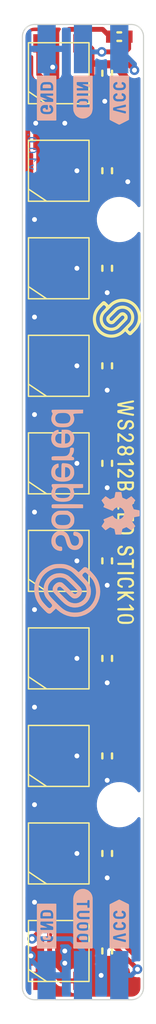
<source format=kicad_pcb>
(kicad_pcb (version 20211014) (generator pcbnew)
  (title_block (title "Smart LED WS2812B Stick10") (date "2021-07-26") (rev "V1.0.0.") (company "SOLDERED") (comment 1 "333056"))
  (layers (0 "F.Cu" signal) (31 "B.Cu" signal) (34 "B.Paste" user) (35 "F.Paste" user) (36 "B.SilkS" user "B.Silkscreen") (37 "F.SilkS" user "F.Silkscreen") (38 "B.Mask" user) (39 "F.Mask" user) (44 "Edge.Cuts" user))
  (net 0 "")
  (net 1 "VCC")
  (net 2 "GND")
  (net 3 "Net-(LED1-Pad2)")
  (net 4 "Net-(LED2-Pad2)")
  (net 5 "Net-(LED3-Pad2)")
  (net 6 "Net-(LED4-Pad2)")
  (net 7 "Net-(LED5-Pad2)")
  (net 8 "Net-(LED6-Pad2)")
  (net 9 "Net-(LED7-Pad2)")
  (net 10 "Net-(LED8-Pad2)")
  (net 11 "Net-(LED10-Pad4)")
  (net 12 "Net-(LED1-Pad4)")
  (net 13 "Net-(LED10-Pad2)")
  (net 14 "Net-(PAD2-Pad1)")
  (footprint "e-radionica.com footprinti:0603C" (layer "F.Cu") (at 142.4 151.4 -90)
    (fp_text reference "C10")
    (fp_text value "100n")
    (pad "1" smd rect locked (at -0.73 0 270) (size 0.66 1) (layers "F.Cu" "F.Paste" "F.Mask") (net 1 "VCC"))
    (pad "2" smd rect locked (at 0.73 0 270) (size 0.66 1) (layers "F.Cu" "F.Paste" "F.Mask") (net 2 "GND"))
  )
  (footprint "e-radionica.com footprinti:WS2812B LED" (layer "F.Cu") (at 138.4 87.4 -90)
    (fp_text reference "LED2")
    (fp_text value "WS2812B")
    (pad "1" smd rect (at -2.45 -1.65 270) (size 1.5 0.9) (layers "F.Cu" "F.Paste" "F.Mask") (net 1 "VCC"))
    (pad "2" smd rect (at -2.45 1.65 270) (size 1.5 0.9) (layers "F.Cu" "F.Paste" "F.Mask") (net 4 "Net-(LED2-Pad2)"))
    (pad "3" smd rect (at 2.45 1.65 270) (size 1.5 0.9) (layers "F.Cu" "F.Paste" "F.Mask") (net 2 "GND"))
    (pad "4" smd rect (at 2.45 -1.65 270) (size 1.5 0.9) (layers "F.Cu" "F.Paste" "F.Mask") (net 3 "Net-(LED1-Pad2)"))
  )
  (footprint "e-radionica.com footprinti:FIDUCIAL_23" (layer "F.Cu") (at 143.4 83.7 -90)
    (fp_text reference "FD1")
    (fp_text value "FIDUCIAL")
    (fp_circle (center 0 0) (end 1 0) (layer "F.Cu") (width 0.2) (fill none))
    (pad "1" smd circle (at 0 0 270) (size 1 1) (layers "F.Cu" "F.Paste" "F.Mask") (clearance 1.1))
  )
  (footprint "Soldered Graphics:Logo-Back-OSH-3.5mm" (layer "F.Cu") (at 143.5 115.5 -90)
    (fp_text reference "G***" hide)
    (fp_text value "LOGO" hide)
  )
  (footprint "e-radionica.com footprinti:WS2812B LED" (layer "F.Cu") (at 138.4 79.4 -90)
    (fp_text reference "LED1")
    (fp_text value "WS2812B")
    (pad "1" smd rect (at -2.45 -1.65 270) (size 1.5 0.9) (layers "F.Cu" "F.Paste" "F.Mask") (net 1 "VCC"))
    (pad "2" smd rect (at -2.45 1.65 270) (size 1.5 0.9) (layers "F.Cu" "F.Paste" "F.Mask") (net 3 "Net-(LED1-Pad2)"))
    (pad "3" smd rect (at 2.45 1.65 270) (size 1.5 0.9) (layers "F.Cu" "F.Paste" "F.Mask") (net 2 "GND"))
    (pad "4" smd rect (at 2.45 -1.65 270) (size 1.5 0.9) (layers "F.Cu" "F.Paste" "F.Mask") (net 12 "Net-(LED1-Pad4)"))
  )
  (footprint "e-radionica.com footprinti:WS2812B LED" (layer "F.Cu") (at 138.4 111.4 -90)
    (fp_text reference "LED5")
    (fp_text value "WS2812B")
    (pad "1" smd rect (at -2.45 -1.65 270) (size 1.5 0.9) (layers "F.Cu" "F.Paste" "F.Mask") (net 1 "VCC"))
    (pad "2" smd rect (at -2.45 1.65 270) (size 1.5 0.9) (layers "F.Cu" "F.Paste" "F.Mask") (net 7 "Net-(LED5-Pad2)"))
    (pad "3" smd rect (at 2.45 1.65 270) (size 1.5 0.9) (layers "F.Cu" "F.Paste" "F.Mask") (net 2 "GND"))
    (pad "4" smd rect (at 2.45 -1.65 270) (size 1.5 0.9) (layers "F.Cu" "F.Paste" "F.Mask") (net 6 "Net-(LED4-Pad2)"))
  )
  (footprint "Soldered Graphics:Logo-Back-SolderedFULL-17mm" (layer "F.Cu") (at 139.1 115.5 -90)
    (fp_text reference "REF**" hide)
    (fp_text value "Logo-Front-SolderedFULL-17mm" hide)
  )
  (footprint "e-radionica.com footprinti:PAD_2x1.5" (layer "F.Cu") (at 137.4 77.4 -90)
    (fp_text reference "PAD1")
    (fp_text value "PAD_2x1.5")
    (pad "1" smd rect (at 0 0 270) (size 4 1.5) (layers "B.Cu" "B.Paste" "B.Mask") (net 2 "GND"))
  )
  (footprint "e-radionica.com footprinti:0603R" (layer "F.Cu") (at 143.4 76.4)
    (fp_text reference "R1")
    (fp_text value "100")
    (pad "1" smd rect locked (at -0.775 0 90) (size 1 0.64) (layers "F.Cu" "F.Paste" "F.Mask") (net 12 "Net-(LED1-Pad4)"))
    (pad "2" smd rect locked (at 0.775 0 90) (size 1 0.64) (layers "F.Cu" "F.Paste" "F.Mask") (net 14 "Net-(PAD2-Pad1)"))
  )
  (footprint "e-radionica.com footprinti:WS2812B LED" (layer "F.Cu") (at 138.4 135.4 -90)
    (fp_text reference "LED8")
    (fp_text value "WS2812B")
    (pad "1" smd rect (at -2.45 -1.65 270) (size 1.5 0.9) (layers "F.Cu" "F.Paste" "F.Mask") (net 1 "VCC"))
    (pad "2" smd rect (at -2.45 1.65 270) (size 1.5 0.9) (layers "F.Cu" "F.Paste" "F.Mask") (net 10 "Net-(LED8-Pad2)"))
    (pad "3" smd rect (at 2.45 1.65 270) (size 1.5 0.9) (layers "F.Cu" "F.Paste" "F.Mask") (net 2 "GND"))
    (pad "4" smd rect (at 2.45 -1.65 270) (size 1.5 0.9) (layers "F.Cu" "F.Paste" "F.Mask") (net 9 "Net-(LED7-Pad2)"))
  )
  (footprint "e-radionica.com footprinti:0603C" (layer "F.Cu") (at 142.4 127.4 -90)
    (fp_text reference "C7")
    (fp_text value "100n")
    (pad "1" smd rect locked (at -0.73 0 270) (size 0.66 1) (layers "F.Cu" "F.Paste" "F.Mask") (net 1 "VCC"))
    (pad "2" smd rect locked (at 0.73 0 270) (size 0.66 1) (layers "F.Cu" "F.Paste" "F.Mask") (net 2 "GND"))
  )
  (footprint "e-radionica.com footprinti:WS2812B LED" (layer "F.Cu") (at 138.4 151.4 -90)
    (fp_text reference "LED10")
    (fp_text value "WS2812B")
    (pad "1" smd rect (at -2.45 -1.65 270) (size 1.5 0.9) (layers "F.Cu" "F.Paste" "F.Mask") (net 1 "VCC"))
    (pad "2" smd rect (at -2.45 1.65 270) (size 1.5 0.9) (layers "F.Cu" "F.Paste" "F.Mask") (net 13 "Net-(LED10-Pad2)"))
    (pad "3" smd rect (at 2.45 1.65 270) (size 1.5 0.9) (layers "F.Cu" "F.Paste" "F.Mask") (net 2 "GND"))
    (pad "4" smd rect (at 2.45 -1.65 270) (size 1.5 0.9) (layers "F.Cu" "F.Paste" "F.Mask") (net 11 "Net-(LED10-Pad4)"))
  )
  (footprint "e-radionica.com footprinti:0603C" (layer "F.Cu") (at 142.4 119.4 -90)
    (fp_text reference "C6")
    (fp_text value "100n")
    (pad "1" smd rect locked (at -0.73 0 270) (size 0.66 1) (layers "F.Cu" "F.Paste" "F.Mask") (net 1 "VCC"))
    (pad "2" smd rect locked (at 0.73 0 270) (size 0.66 1) (layers "F.Cu" "F.Paste" "F.Mask") (net 2 "GND"))
  )
  (footprint "e-radionica.com footprinti:0603C" (layer "F.Cu") (at 142.4 103.4 -90)
    (fp_text reference "C4")
    (fp_text value "100n")
    (pad "1" smd rect locked (at -0.73 0 270) (size 0.66 1) (layers "F.Cu" "F.Paste" "F.Mask") (net 1 "VCC"))
    (pad "2" smd rect locked (at 0.73 0 270) (size 0.66 1) (layers "F.Cu" "F.Paste" "F.Mask") (net 2 "GND"))
  )
  (footprint "e-radionica.com footprinti:0603C" (layer "F.Cu") (at 142.4 143.4 -90)
    (fp_text reference "C9")
    (fp_text value "100n")
    (pad "1" smd rect locked (at -0.73 0 270) (size 0.66 1) (layers "F.Cu" "F.Paste" "F.Mask") (net 1 "VCC"))
    (pad "2" smd rect locked (at 0.73 0 270) (size 0.66 1) (layers "F.Cu" "F.Paste" "F.Mask") (net 2 "GND"))
  )
  (footprint "e-radionica.com footprinti:PAD_2x1.5" (layer "F.Cu") (at 143.4 153.4 -90)
    (fp_text reference "PAD6")
    (fp_text value "PAD_2x1.5")
    (pad "1" smd rect (at 0 0 270) (size 4 1.5) (layers "B.Cu" "B.Paste" "B.Mask") (net 1 "VCC"))
  )
  (footprint "e-radionica.com footprinti:0603C" (layer "F.Cu") (at 142.4 111.4 -90)
    (fp_text reference "C5")
    (fp_text value "100n")
    (pad "1" smd rect locked (at -0.73 0 270) (size 0.66 1) (layers "F.Cu" "F.Paste" "F.Mask") (net 1 "VCC"))
    (pad "2" smd rect locked (at 0.73 0 270) (size 0.66 1) (layers "F.Cu" "F.Paste" "F.Mask") (net 2 "GND"))
  )
  (footprint "e-radionica.com footprinti:PAD_2x1.5" (layer "F.Cu") (at 143.4 77.4 -90)
    (fp_text reference "PAD3")
    (fp_text value "PAD_2x1.5")
    (pad "1" smd rect (at 0 0 270) (size 4 1.5) (layers "B.Cu" "B.Paste" "B.Mask") (net 1 "VCC"))
  )
  (footprint "e-radionica.com footprinti:WS2812B LED" (layer "F.Cu") (at 138.4 127.4 -90)
    (fp_text reference "LED7")
    (fp_text value "WS2812B")
    (pad "1" smd rect (at -2.45 -1.65 270) (size 1.5 0.9) (layers "F.Cu" "F.Paste" "F.Mask") (net 1 "VCC"))
    (pad "2" smd rect (at -2.45 1.65 270) (size 1.5 0.9) (layers "F.Cu" "F.Paste" "F.Mask") (net 9 "Net-(LED7-Pad2)"))
    (pad "3" smd rect (at 2.45 1.65 270) (size 1.5 0.9) (layers "F.Cu" "F.Paste" "F.Mask") (net 2 "GND"))
    (pad "4" smd rect (at 2.45 -1.65 270) (size 1.5 0.9) (layers "F.Cu" "F.Paste" "F.Mask") (net 8 "Net-(LED6-Pad2)"))
  )
  (footprint "e-radionica.com footprinti:0603C" (layer "F.Cu") (at 142.4 79.4 -90)
    (fp_text reference "C1")
    (fp_text value "100n")
    (pad "1" smd rect locked (at -0.73 0 270) (size 0.66 1) (layers "F.Cu" "F.Paste" "F.Mask") (net 1 "VCC"))
    (pad "2" smd rect locked (at 0.73 0 270) (size 0.66 1) (layers "F.Cu" "F.Paste" "F.Mask") (net 2 "GND"))
  )
  (footprint "e-radionica.com footprinti:0603C" (layer "F.Cu") (at 142.4 135.4 -90)
    (fp_text reference "C8")
    (fp_text value "100n")
    (pad "1" smd rect locked (at -0.73 0 270) (size 0.66 1) (layers "F.Cu" "F.Paste" "F.Mask") (net 1 "VCC"))
    (pad "2" smd rect locked (at 0.73 0 270) (size 0.66 1) (layers "F.Cu" "F.Paste" "F.Mask") (net 2 "GND"))
  )
  (footprint "e-radionica.com footprinti:WS2812B LED" (layer "F.Cu") (at 138.4 103.4 -90)
    (fp_text reference "LED4")
    (fp_text value "WS2812B")
    (pad "1" smd rect (at -2.45 -1.65 270) (size 1.5 0.9) (layers "F.Cu" "F.Paste" "F.Mask") (net 1 "VCC"))
    (pad "2" smd rect (at -2.45 1.65 270) (size 1.5 0.9) (layers "F.Cu" "F.Paste" "F.Mask") (net 6 "Net-(LED4-Pad2)"))
    (pad "3" smd rect (at 2.45 1.65 270) (size 1.5 0.9) (layers "F.Cu" "F.Paste" "F.Mask") (net 2 "GND"))
    (pad "4" smd rect (at 2.45 -1.65 270) (size 1.5 0.9) (layers "F.Cu" "F.Paste" "F.Mask") (net 5 "Net-(LED3-Pad2)"))
  )
  (footprint "Soldered Graphics:Logo-Front-Soldered-4mm" (layer "F.Cu") (at 143.2 99.5 -90)
    (fp_text reference "G***" hide)
    (fp_text value "LOGO" hide)
  )
  (footprint "e-radionica.com footprinti:WS2812B LED" (layer "F.Cu") (at 138.4 143.4 -90)
    (fp_text reference "LED9")
    (fp_text value "WS2812B")
    (pad "1" smd rect (at -2.45 -1.65 270) (size 1.5 0.9) (layers "F.Cu" "F.Paste" "F.Mask") (net 1 "VCC"))
    (pad "2" smd rect (at -2.45 1.65 270) (size 1.5 0.9) (layers "F.Cu" "F.Paste" "F.Mask") (net 11 "Net-(LED10-Pad4)"))
    (pad "3" smd rect (at 2.45 1.65 270) (size 1.5 0.9) (layers "F.Cu" "F.Paste" "F.Mask") (net 2 "GND"))
    (pad "4" smd rect (at 2.45 -1.65 270) (size 1.5 0.9) (layers "F.Cu" "F.Paste" "F.Mask") (net 10 "Net-(LED8-Pad2)"))
  )
  (footprint "buzzardLabel" (layer "F.Cu") (at 143.9 115.4 -90)
    (fp_text reference "" (at 0 0 90) (layer "F.SilkS") (effects (font (size 1.27 1.27))))
    (fp_text value "" (at 0 0 90) (layer "F.SilkS") (effects (font (size 1.27 1.27))))
  )
  (footprint "e-radionica.com footprinti:PAD_2x1.5" (layer "F.Cu") (at 140.4 153.4 -90)
    (fp_text reference "PAD5")
    (fp_text value "PAD_2x1.5")
    (pad "1" smd rect (at 0 0 270) (size 4 1.5) (layers "B.Cu" "B.Paste" "B.Mask") (net 13 "Net-(LED10-Pad2)"))
  )
  (footprint "e-radionica.com footprinti:WS2812B LED" (layer "F.Cu") (at 138.4 95.4 -90)
    (fp_text reference "LED3")
    (fp_text value "WS2812B")
    (pad "1" smd rect (at -2.45 -1.65 270) (size 1.5 0.9) (layers "F.Cu" "F.Paste" "F.Mask") (net 1 "VCC"))
    (pad "2" smd rect (at -2.45 1.65 270) (size 1.5 0.9) (layers "F.Cu" "F.Paste" "F.Mask") (net 5 "Net-(LED3-Pad2)"))
    (pad "3" smd rect (at 2.45 1.65 270) (size 1.5 0.9) (layers "F.Cu" "F.Paste" "F.Mask") (net 2 "GND"))
    (pad "4" smd rect (at 2.45 -1.65 270) (size 1.5 0.9) (layers "F.Cu" "F.Paste" "F.Mask") (net 4 "Net-(LED2-Pad2)"))
  )
  (footprint "e-radionica.com footprinti:0603C" (layer "F.Cu") (at 142.4 95.4 -90)
    (fp_text reference "C3")
    (fp_text value "100n")
    (pad "1" smd rect locked (at -0.73 0 270) (size 0.66 1) (layers "F.Cu" "F.Paste" "F.Mask") (net 1 "VCC"))
    (pad "2" smd rect locked (at 0.73 0 270) (size 0.66 1) (layers "F.Cu" "F.Paste" "F.Mask") (net 2 "GND"))
  )
  (footprint "e-radionica.com footprinti:HOLE_3.2mm" (layer "F.Cu") (at 143.4 91.4 -90)
    (fp_text reference "H1" hide)
    (fp_text value "HOLE_3.2mm" hide)
    (pad "" np_thru_hole circle locked (at 0 0 270) (size 3.2 3.2) (drill 3.2) (layers F&B.Cu *.Mask))
  )
  (footprint "e-radionica.com footprinti:WS2812B LED" (layer "F.Cu") (at 138.4 119.4 -90)
    (fp_text reference "LED6")
    (fp_text value "WS2812B")
    (pad "1" smd rect (at -2.45 -1.65 270) (size 1.5 0.9) (layers "F.Cu" "F.Paste" "F.Mask") (net 1 "VCC"))
    (pad "2" smd rect (at -2.45 1.65 270) (size 1.5 0.9) (layers "F.Cu" "F.Paste" "F.Mask") (net 8 "Net-(LED6-Pad2)"))
    (pad "3" smd rect (at 2.45 1.65 270) (size 1.5 0.9) (layers "F.Cu" "F.Paste" "F.Mask") (net 2 "GND"))
    (pad "4" smd rect (at 2.45 -1.65 270) (size 1.5 0.9) (layers "F.Cu" "F.Paste" "F.Mask") (net 7 "Net-(LED5-Pad2)"))
  )
  (footprint "e-radionica.com footprinti:0603C" (layer "F.Cu") (at 142.4 87.4 -90)
    (fp_text reference "C2")
    (fp_text value "100n")
    (pad "1" smd rect locked (at -0.73 0 270) (size 0.66 1) (layers "F.Cu" "F.Paste" "F.Mask") (net 1 "VCC"))
    (pad "2" smd rect locked (at 0.73 0 270) (size 0.66 1) (layers "F.Cu" "F.Paste" "F.Mask") (net 2 "GND"))
  )
  (footprint "e-radionica.com footprinti:PAD_2x1.5" (layer "F.Cu") (at 137.4 153.4 -90)
    (fp_text reference "PAD4")
    (fp_text value "PAD_2x1.5")
    (pad "1" smd rect (at 0 0 270) (size 4 1.5) (layers "B.Cu" "B.Paste" "B.Mask") (net 2 "GND"))
  )
  (footprint "e-radionica.com footprinti:HOLE_3.2mm" (layer "F.Cu") (at 143.4 139.4 -90)
    (fp_text reference "H2" hide)
    (fp_text value "HOLE_3.2mm" hide)
    (pad "" np_thru_hole circle locked (at 0 0 270) (size 3.2 3.2) (drill 3.2) (layers F&B.Cu *.Mask))
  )
  (footprint "buzzardLabel" (layer "B.Cu") (at 140.4 79.2 90)
    (fp_text reference "" (at 0 0 90) (layer "B.SilkS") (effects (font (size 1.27 1.27)) (justify mirror)))
    (fp_text value "" (at 0 0 90) (layer "B.SilkS") (effects (font (size 1.27 1.27)) (justify mirror)))
  )
  (footprint "Soldered Graphics:Version1.0.0." (layer "B.Cu") (at 136.2 85.8 90)
    (fp_text reference "Ref**" hide)
    (fp_text value "Val**" hide)
    (fp_poly (pts (xy 0.43 -0.38) (xy 0.48 -0.38) (xy 0.54 -0.37) (xy 0.54 -0.33) (xy 0.54 -0.27) (xy 0.5 -0.26) (xy 0.45 -0.26) (xy 0.42 -0.29) (xy 0.42 -0.34) (xy 0.43 -0.38)) (layer "B.Cu") (width 0.01) (fill solid))
    (fp_poly (pts (xy -0.67 -0.35) (xy -0.62 -0.35) (xy -0.6 -0.31) (xy -0.6 0.35) (xy -0.64 0.38) (xy -0.69 0.38) (xy -0.73 0.34) (xy -0.84 0.22) (xy -0.86 0.17) (xy -0.83 0.16) (xy -0.73 0.22) (xy -0.69 0.23) (xy -0.69 -0.31) (xy -0.67 -0.35)) (layer "B.Cu") (width 0.01) (fill solid))
    (fp_poly (pts (xy 1.31 -0.38) (xy 1.36 -0.38) (xy 1.41 -0.37) (xy 1.42 -0.33) (xy 1.42 -0.27) (xy 1.38 -0.26) (xy 1.33 -0.26) (xy 1.3 -0.29) (xy 1.3 -0.34) (xy 1.31 -0.38)) (layer "B.Cu") (width 0.01) (fill solid))
    (fp_poly (pts (xy 0.93 -0.35) (xy 0.99 -0.35) (xy 1.04 -0.33) (xy 1.01 -0.28) (xy 0.91 -0.28) (xy 0.87 -0.25) (xy 0.85 -0.2) (xy 0.83 -0.15) (xy 0.83 -0.11) (xy 0.82 0.01) (xy 0.83 0.13) (xy 0.83 0.17) (xy 0.84 0.22) (xy 0.87 0.27) (xy 0.9 0.3) (xy 1.01 0.3) (xy 1.04 0.26) (xy 1.05 0.21) (xy 1.06 0.15) (xy 1.07 0.05) (xy 1.07 -0.08) (xy 1.06 -0.12) (xy 1.06 -0.17) (xy 1.04 -0.22) (xy 1.02 -0.27) (xy 1.01 -0.28) (xy 1.05 -0.32) (xy 1.09 -0.29) (xy 1.12 -0.26) (xy 1.14 -0.22) (xy 1.15 -0.16) (xy 1.16 -0.11) (xy 1.16 -0.06) (xy 1.16 0.06) (xy 1.16 0.12) (xy 1.15 0.17) (xy 1.14 0.22) (xy 1.13 0.27) (xy 1.1 0.3) (xy 1.06 0.34) (xy 1.01 0.37) (xy 0.95 0.38) (xy 0.9 0.38) (xy 0.84 0.35) (xy 0.8 0.31) (xy 0.78 0.28) (xy 0.75 0.23) (xy 0.74 0.18) (xy 0.74 0.13) (xy 0.73 0.08) (xy 0.73 -0.04) (xy 0.73 -0.1) (xy 0.74 -0.14) (xy 0.75 -0.2) (xy 0.77 -0.25) (xy 0.79 -0.28) (xy 0.83 -0.32) (xy 0.89 -0.35) (xy 0.93 -0.35)) (layer "B.Cu") (width 0.01) (fill solid))
    (fp_poly (pts (xy -0.44 -0.38) (xy -0.39 -0.38) (xy -0.34 -0.37) (xy -0.34 -0.33) (xy -0.34 -0.27) (xy -0.38 -0.26) (xy -0.43 -0.26) (xy -0.46 -0.29) (xy -0.46 -0.34) (xy -0.44 -0.38)) (layer "B.Cu") (width 0.01) (fill solid))
    (fp_poly (pts (xy 0.06 -0.35) (xy 0.11 -0.35) (xy 0.17 -0.33) (xy 0.13 -0.28) (xy 0.03 -0.28) (xy -0.01 -0.25) (xy -0.03 -0.2) (xy -0.05 -0.15) (xy -0.05 -0.11) (xy -0.05 0.01) (xy -0.05 0.13) (xy -0.05 0.17) (xy -0.03 0.22) (xy -0.01 0.27) (xy 0.02 0.3) (xy 0.13 0.3) (xy 0.16 0.26) (xy 0.18 0.21) (xy 0.18 0.15) (xy 0.19 0.05) (xy 0.19 -0.08) (xy 0.19 -0.12) (xy 0.18 -0.17) (xy 0.16 -0.22) (xy 0.14 -0.27) (xy 0.14 -0.28) (xy 0.17 -0.32) (xy 0.21 -0.29) (xy 0.24 -0.26) (xy 0.26 -0.22) (xy 0.27 -0.16) (xy 0.28 -0.11) (xy 0.28 -0.06) (xy 0.28 0.06) (xy 0.28 0.12) (xy 0.27 0.17) (xy 0.26 0.22) (xy 0.25 0.27) (xy 0.22 0.3) (xy 0.19 0.34) (xy 0.13 0.37) (xy 0.08 0.38) (xy 0.02 0.38) (xy -0.03 0.35) (xy -0.08 0.31) (xy -0.1 0.28) (xy -0.12 0.23) (xy -0.14 0.18) (xy -0.14 0.13) (xy -0.15 0.08) (xy -0.15 -0.04) (xy -0.14 -0.1) (xy -0.14 -0.14) (xy -0.13 -0.2) (xy -0.11 -0.25) (xy -0.08 -0.28) (xy -0.05 -0.32) (xy 0.01 -0.35) (xy 0.06 -0.35)) (layer "B.Cu") (width 0.01) (fill solid))
    (fp_poly (pts (xy -1.33 -0.35) (xy -1.27 -0.35) (xy -1.25 -0.31) (xy -1.09 0.1) (xy -1.11 0.13) (xy -1.16 0.13) (xy -1.19 0.1) (xy -1.28 -0.16) (xy -1.3 -0.21) (xy -1.32 -0.17) (xy -1.41 0.09) (xy -1.44 0.13) (xy -1.49 0.13) (xy -1.51 0.1) (xy -1.36 -0.31) (xy -1.33 -0.35)) (layer "B.Cu") (width 0.01) (fill solid))
  )
  (footprint "buzzardLabel" (layer "B.Cu") (at 137.4 79.2 90)
    (fp_text reference "" (at 0 0 90) (layer "B.SilkS") (effects (font (size 1.27 1.27)) (justify mirror)))
    (fp_text value "" (at 0 0 90) (layer "B.SilkS") (effects (font (size 1.27 1.27)) (justify mirror)))
  )
  (footprint "buzzardLabel" (layer "B.Cu") (at 143.4 151.6 90)
    (fp_text reference "" (at 0 0 90) (layer "B.SilkS") (effects (font (size 1.27 1.27)) (justify mirror)))
    (fp_text value "" (at 0 0 90) (layer "B.SilkS") (effects (font (size 1.27 1.27)) (justify mirror)))
  )
  (footprint "buzzardLabel" (layer "B.Cu") (at 140.4 151.6 90)
    (fp_text reference "" (at 0 0 90) (layer "B.SilkS") (effects (font (size 1.27 1.27)) (justify mirror)))
    (fp_text value "" (at 0 0 90) (layer "B.SilkS") (effects (font (size 1.27 1.27)) (justify mirror)))
  )
  (footprint "e-radionica.com footprinti:PAD_2x1.5" (layer "B.Cu") (at 139.4 77.4 90)
    (fp_text reference "PAD2" hide)
    (fp_text value "PAD_2x1.5" hide)
    (pad "1" smd rect (at 0 1 90) (size 4 1.5) (layers "B.Cu" "B.Paste" "B.Mask") (net 14 "Net-(PAD2-Pad1)"))
  )
  (footprint "buzzardLabel" (layer "B.Cu") (at 137.4 151.6 90)
    (fp_text reference "" (at 0 0 90) (layer "B.SilkS") (effects (font (size 1.27 1.27)) (justify mirror)))
    (fp_text value "" (at 0 0 90) (layer "B.SilkS") (effects (font (size 1.27 1.27)) (justify mirror)))
  )
  (footprint "buzzardLabel" (layer "B.Cu") (at 143.4 79.2 90)
    (fp_text reference "" (at 0 0 90) (layer "B.SilkS") (effects (font (size 1.27 1.27)) (justify mirror)))
    (fp_text value "" (at 0 0 90) (layer "B.SilkS") (effects (font (size 1.27 1.27)) (justify mirror)))
  )
  (gr_arc (start 144.4 75.4) (mid 145.107107 75.692893) (end 145.4 76.4) (layer "Edge.Cuts") (width 0.1))
  (gr_line (start 136.4 155.4) (end 144.4 155.4) (layer "Edge.Cuts") (width 0.1))
  (gr_line (start 135.4 76.4) (end 135.4 154.4) (layer "Edge.Cuts") (width 0.1))
  (gr_line (start 144.4 75.4) (end 136.4 75.4) (layer "Edge.Cuts") (width 0.1))
  (gr_arc (start 136.4 155.4) (mid 135.692893 155.107107) (end 135.4 154.4) (layer "Edge.Cuts") (width 0.1))
  (gr_arc (start 145.4 154.4) (mid 145.107107 155.107107) (end 144.4 155.4) (layer "Edge.Cuts") (width 0.1))
  (gr_arc (start 135.4 76.4) (mid 135.692893 75.692893) (end 136.4 75.4) (layer "Edge.Cuts") (width 0.1))
  (gr_line (start 145.4 154.4) (end 145.4 76.4) (layer "Edge.Cuts") (width 0.1))
  (segment (start 141.15 110.4) (end 141.15 117.15) (width 0.4) (layer "F.Cu") (net 1))
  (segment (start 141.15 132.9) (end 141.15 134.65) (width 0.4) (layer "F.Cu") (net 1))
  (segment (start 140.95 116.95) (end 141.15 117.15) (width 0.4) (layer "F.Cu") (net 1))
  (segment (start 141.15 126.65) (end 141.15 132.9) (width 0.4) (layer "F.Cu") (net 1))
  (segment (start 140.95 140.95) (end 141.15 141.15) (width 0.4) (layer "F.Cu") (net 1))
  (segment (start 141.15 108.9) (end 141.15 110.4) (width 0.4) (layer "F.Cu") (net 1))
  (segment (start 141.17 134.67) (end 141.15 134.65) (width 0.4) (layer "F.Cu") (net 1))
  (segment (start 140.7 76.95) (end 141.15 77.4) (width 0.4) (layer "F.Cu") (net 1))
  (segment (start 141.42 78.67) (end 141.15 78.4) (width 0.4) (layer "F.Cu") (net 1))
  (segment (start 141.15 101.15) (end 141.15 102.65) (width 0.4) (layer "F.Cu") (net 1))
  (segment (start 142.4 110.67) (end 141.42 110.67) (width 0.4) (layer "F.Cu") (net 1))
  (segment (start 141.15 78.4) (end 141.15 84.9) (width 0.4) (layer "F.Cu") (net 1))
  (segment (start 144.17 78.67) (end 144.65 79.15) (width 0.4) (layer "F.Cu") (net 1))
  (segment (start 140.05 84.95) (end 141.1 84.95) (width 0.4) (layer "F.Cu") (net 1))
  (segment (start 141.1 92.95) (end 141.15 92.9) (width 0.4) (layer "F.Cu") (net 1))
  (segment (start 141.15 142.4) (end 141.42 142.67) (width 0.4) (layer "F.Cu") (net 1))
  (segment (start 140.95 148.95) (end 141.15 149.15) (width 0.4) (layer "F.Cu") (net 1))
  (segment (start 141.1 124.95) (end 141.15 124.9) (width 0.4) (layer "F.Cu") (net 1))
  (segment (start 141.17 102.67) (end 141.15 102.65) (width 0.4) (layer "F.Cu") (net 1))
  (segment (start 142.4 94.67) (end 141.42 94.67) (width 0.4) (layer "F.Cu") (net 1))
  (segment (start 140.05 100.95) (end 140.95 100.95) (width 0.4) (layer "F.Cu") (net 1))
  (segment (start 140.95 100.95) (end 141.15 101.15) (width 0.4) (layer "F.Cu") (net 1))
  (segment (start 141.17 118.67) (end 141.15 118.65) (width 0.4) (layer "F.Cu") (net 1))
  (segment (start 141.15 124.9) (end 141.15 126.65) (width 0.4) (layer "F.Cu") (net 1))
  (segment (start 141.42 94.67) (end 141.15 94.4) (width 0.4) (layer "F.Cu") (net 1))
  (segment (start 140.05 76.95) (end 140.7 76.95) (width 0.4) (layer "F.Cu") (net 1))
  (segment (start 142.4 134.67) (end 141.17 134.67) (width 0.4) (layer "F.Cu") (net 1))
  (segment (start 140.05 108.95) (end 141.1 108.95) (width 0.4) (layer "F.Cu") (net 1))
  (segment (start 142.4 78.67) (end 144.17 78.67) (width 0.4) (layer "F.Cu") (net 1))
  (segment (start 141.42 86.67) (end 141.15 86.4) (width 0.4) (layer "F.Cu") (net 1))
  (segment (start 140.05 132.95) (end 141.1 132.95) (width 0.4) (layer "F.Cu") (net 1))
  (segment (start 142.4 126.67) (end 141.17 126.67) (width 0.4) (layer "F.Cu") (net 1))
  (segment (start 141.15 94.4) (end 141.15 101.15) (width 0.4) (layer "F.Cu") (net 1))
  (segment (start 141.1 132.95) (end 141.15 132.9) (width 0.4) (layer "F.Cu") (net 1))
  (segment (start 141.15 141.15) (end 141.15 142.4) (width 0.4) (layer "F.Cu") (net 1))
  (segment (start 140.05 116.95) (end 140.95 116.95) (width 0.4) (layer "F.Cu") (net 1))
  (segment (start 141.17 126.67) (end 141.15 126.65) (width 0.4) (layer "F.Cu") (net 1))
  (segment (start 141.42 150.67) (end 141.15 150.4) (width 0.4) (layer "F.Cu") (net 1))
  (segment (start 142.4 150.67) (end 141.42 150.67) (width 0.4) (layer "F.Cu") (net 1))
  (segment (start 141.15 102.65) (end 141.15 108.9) (width 0.4) (layer "F.Cu") (net 1))
  (segment (start 140.05 92.95) (end 141.1 92.95) (width 0.4) (layer "F.Cu") (net 1))
  (segment (start 141.15 117.15) (end 141.15 118.65) (width 0.4) (layer "F.Cu") (net 1))
  (segment (start 140.05 140.95) (end 140.95 140.95) (width 0.4) (layer "F.Cu") (net 1))
  (segment (start 142.67 150.67) (end 144.9 152.9) (width 0.4) (layer "F.Cu") (net 1))
  (segment (start 141.1 84.95) (end 141.15 84.9) (width 0.4) (layer "F.Cu") (net 1))
  (segment (start 141.15 92.9) (end 141.15 94.4) (width 0.4) (layer "F.Cu") (net 1))
  (segment (start 141.15 134.65) (end 141.15 141.15) (width 0.4) (layer "F.Cu") (net 1))
  (segment (start 141.42 142.67) (end 142.4 142.67) (width 0.4) (layer "F.Cu") (net 1))
  (segment (start 142.4 78.67) (end 141.42 78.67) (width 0.4) (layer "F.Cu") (net 1))
  (segment (start 141.15 142.4) (end 141.15 149.15) (width 0.4) (layer "F.Cu") (net 1))
  (segment (start 141.15 77.4) (end 141.15 78.4) (width 0.4) (layer "F.Cu") (net 1))
  (segment (start 141.15 149.15) (end 141.15 150.4) (width 0.4) (layer "F.Cu") (net 1))
  (segment (start 142.4 102.67) (end 141.17 102.67) (width 0.4) (layer "F.Cu") (net 1))
  (segment (start 141.15 84.9) (end 141.15 86.4) (width 0.4) (layer "F.Cu") (net 1))
  (segment (start 140.05 124.95) (end 141.1 124.95) (width 0.4) (layer "F.Cu") (net 1))
  (segment (start 142.4 86.67) (end 141.42 86.67) (width 0.4) (layer "F.Cu") (net 1))
  (segment (start 141.15 118.65) (end 141.15 124.9) (width 0.4) (layer "F.Cu") (net 1))
  (segment (start 142.4 118.67) (end 141.17 118.67) (width 0.4) (layer "F.Cu") (net 1))
  (segment (start 141.15 86.4) (end 141.15 92.9) (width 0.4) (layer "F.Cu") (net 1))
  (segment (start 140.05 148.95) (end 140.95 148.95) (width 0.4) (layer "F.Cu") (net 1))
  (segment (start 142.4 150.67) (end 142.67 150.67) (width 0.4) (layer "F.Cu") (net 1))
  (segment (start 141.42 110.67) (end 141.15 110.4) (width 0.4) (layer "F.Cu") (net 1))
  (segment (start 141.1 108.95) (end 141.15 108.9) (width 0.4) (layer "F.Cu") (net 1))
  (via (at 144.9 152.9) (size 0.8) (drill 0.4) (layers "F.Cu" "B.Cu") (net 1))
  (via (at 144.65 79.15) (size 0.8) (drill 0.4) (layers "F.Cu" "B.Cu") (net 1))
  (segment (start 144.65 79.15) (end 144.65 78.65) (width 0.4) (layer "B.Cu") (net 1))
  (segment (start 144.65 78.65) (end 143.4 77.4) (width 0.4) (layer "B.Cu") (net 1))
  (segment (start 144.4 153.4) (end 144.9 152.9) (width 0.4) (layer "B.Cu") (net 1))
  (segment (start 143.4 153.4) (end 144.4 153.4) (width 0.4) (layer "B.Cu") (net 1))
  (segment (start 136.75 152.45) (end 136.1 151.8) (width 0.4) (layer "F.Cu") (net 2))
  (segment (start 136.75 153.85) (end 136.75 152.45) (width 0.4) (layer "F.Cu") (net 2))
  (via (at 142.4 105.4) (size 0.8) (drill 0.4) (layers "F.Cu" "B.Cu") (net 2))
  (via (at 138.9 152.4) (size 0.8) (drill 0.4) (layers "F.Cu" "B.Cu") (net 2))
  (via (at 139.9 143.4) (size 0.8) (drill 0.4) (layers "F.Cu" "B.Cu") (net 2))
  (via (at 136.4 147.4) (size 0.8) (drill 0.4) (layers "F.Cu" "B.Cu") (net 2))
  (via (at 142.4 121.4) (size 0.8) (drill 0.4) (layers "F.Cu" "B.Cu") (net 2))
  (via (at 137.9 78.9) (size 0.8) (drill 0.4) (layers "F.Cu" "B.Cu") (net 2))
  (via (at 139.9 135.4) (size 0.8) (drill 0.4) (layers "F.Cu" "B.Cu") (net 2))
  (via (at 136.4 115.4) (size 0.8) (drill 0.4) (layers "F.Cu" "B.Cu") (net 2))
  (via (at 142.4 145.4) (size 0.8) (drill 0.4) (layers "F.Cu" "B.Cu") (net 2))
  (via (at 136.4 107.4) (size 0.8) (drill 0.4) (layers "F.Cu" "B.Cu") (net 2))
  (via (at 139.9 127.4) (size 0.8) (drill 0.4) (layers "F.Cu" "B.Cu") (net 2))
  (via (at 139.9 95.4) (size 0.8) (drill 0.4) (layers "F.Cu" "B.Cu") (net 2))
  (via (at 141.9 153.4) (size 0.8) (drill 0.4) (layers "F.Cu" "B.Cu") (net 2))
  (via (at 136.4 123.4) (size 0.8) (drill 0.4) (layers "F.Cu" "B.Cu") (net 2))
  (via (at 139.9 87.4) (size 0.8) (drill 0.4) (layers "F.Cu" "B.Cu") (net 2))
  (via (at 142.4 129.4) (size 0.8) (drill 0.4) (layers "F.Cu" "B.Cu") (net 2))
  (via (at 144.1 88.3) (size 0.8) (drill 0.4) (layers "F.Cu" "B.Cu") (net 2))
  (via (at 138.9 83.5) (size 0.8) (drill 0.4) (layers "F.Cu" "B.Cu") (net 2))
  (via (at 136.4 139.4) (size 0.8) (drill 0.4) (layers "F.Cu" "B.Cu") (net 2))
  (via (at 138.9 151.4) (size 0.8) (drill 0.4) (layers "F.Cu" "B.Cu") (net 2))
  (via (at 136.5 83.5) (size 0.8) (drill 0.4) (layers "F.Cu" "B.Cu") (net 2))
  (via (at 142.2 81.7) (size 0.8) (drill 0.4) (layers "F.Cu" "B.Cu") (net 2))
  (via (at 139.9 119.4) (size 0.8) (drill 0.4) (layers "F.Cu" "B.Cu") (net 2))
  (via (at 139.9 111.4) (size 0.8) (drill 0.4) (layers "F.Cu" "B.Cu") (net 2))
  (via (at 136.4 131.4) (size 0.8) (drill 0.4) (layers "F.Cu" "B.Cu") (net 2))
  (via (at 136.4 91.4) (size 0.8) (drill 0.4) (layers "F.Cu" "B.Cu") (net 2))
  (via (at 136.4 99.4) (size 0.8) (drill 0.4) (layers "F.Cu" "B.Cu") (net 2))
  (via (at 142.4 97.4) (size 0.8) (drill 0.4) (layers "F.Cu" "B.Cu") (net 2))
  (via (at 142.4 113.4) (size 0.8) (drill 0.4) (layers "F.Cu" "B.Cu") (net 2))
  (via (at 142.4 137.4) (size 0.8) (drill 0.4) (layers "F.Cu" "B.Cu") (net 2))
  (via (at 136.1 151.8) (size 0.8) (drill 0.4) (layers "F.Cu" "B.Cu") (net 2))
  (via (at 139.9 103.4) (size 0.8) (drill 0.4) (layers "F.Cu" "B.Cu") (net 2))
  (segment (start 136.1 151.8) (end 136.1 152.1) (width 0.4) (layer "B.Cu") (net 2))
  (segment (start 136.1 152.1) (end 137.4 153.4) (width 0.4) (layer "B.Cu") (net 2))
  (segment (start 139.85 89.85) (end 137.9 87.9) (width 0.4) (layer "F.Cu") (net 3))
  (segment (start 137.9 87.9) (end 137.9 80.65) (width 0.4) (layer "F.Cu") (net 3))
  (segment (start 140.05 89.85) (end 139.85 89.85) (width 0.4) (layer "F.Cu") (net 3))
  (segment (start 136.75 79.5) (end 136.75 76.95) (width 0.4) (layer "F.Cu") (net 3))
  (segment (start 137.9 80.65) (end 136.75 79.5) (width 0.4) (layer "F.Cu") (net 3))
  (segment (start 136.75 87.93088) (end 136.75 84.95) (width 0.4) (layer "F.Cu") (net 4))
  (segment (start 137.9 95.9) (end 137.9 89.08088) (width 0.4) (layer "F.Cu") (net 4))
  (segment (start 137.9 89.08088) (end 136.75 87.93088) (width 0.4) (layer "F.Cu") (net 4))
  (segment (start 140.05 97.85) (end 139.85 97.85) (width 0.4) (layer "F.Cu") (net 4))
  (segment (start 139.85 97.85) (end 137.9 95.9) (width 0.4) (layer "F.Cu") (net 4))
  (segment (start 137.65 96.83088) (end 136.75 95.93088) (width 0.4) (layer "F.Cu") (net 5))
  (segment (start 136.75 95.93088) (end 136.75 92.95) (width 0.4) (layer "F.Cu") (net 5))
  (segment (start 139.6 105.85) (end 137.65 103.9) (width 0.4) (layer "F.Cu") (net 5))
  (segment (start 137.65 103.9) (end 137.65 96.83088) (width 0.4) (layer "F.Cu") (net 5))
  (segment (start 140.05 105.85) (end 139.6 105.85) (width 0.4) (layer "F.Cu") (net 5))
  (segment (start 137.65 111.65) (end 137.65 104.83088) (width 0.4) (layer "F.Cu") (net 6))
  (segment (start 140.05 113.85) (end 139.2 113.85) (width 0.4) (layer "F.Cu") (net 6))
  (segment (start 137.65 104.83088) (end 136.75 103.93088) (width 0.4) (layer "F.Cu") (net 6))
  (segment (start 138.75 112.75) (end 137.65 111.65) (width 0.4) (layer "F.Cu") (net 6))
  (segment (start 136.75 103.93088) (end 136.75 100.95) (width 0.4) (layer "F.Cu") (net 6))
  (segment (start 138.75 113.4) (end 138.75 112.75) (width 0.4) (layer "F.Cu") (net 6))
  (segment (start 139.2 113.85) (end 138.75 113.4) (width 0.4) (layer "F.Cu") (net 6))
  (segment (start 138.65 119.9) (end 138.65 121.65) (width 0.4) (layer "F.Cu") (net 7))
  (segment (start 136.75 111.75) (end 137.9 112.9) (width 0.4) (layer "F.Cu") (net 7))
  (segment (start 137.9 119.15) (end 138.65 119.9) (width 0.4) (layer "F.Cu") (net 7))
  (segment (start 138.65 121.65) (end 138.85 121.85) (width 0.4) (layer "F.Cu") (net 7))
  (segment (start 138.85 121.85) (end 140.05 121.85) (width 0.4) (layer "F.Cu") (net 7))
  (segment (start 136.75 108.95) (end 136.75 111.75) (width 0.4) (layer "F.Cu") (net 7))
  (segment (start 137.9 112.9) (end 137.9 119.15) (width 0.4) (layer "F.Cu") (net 7))
  (segment (start 136.75 111.75) (end 136.9 111.9) (width 0.4) (layer "F.Cu") (net 7))
  (segment (start 139.6 129.85) (end 140.05 129.85) (width 0.4) (layer "F.Cu") (net 8))
  (segment (start 136.75 116.95) (end 136.75 119.25) (width 0.4) (layer "F.Cu") (net 8))
  (segment (start 137.9 128.15) (end 139.6 129.85) (width 0.4) (layer "F.Cu") (net 8))
  (segment (start 137.9 120.4) (end 137.9 128.15) (width 0.4) (layer "F.Cu") (net 8))
  (segment (start 136.75 119.25) (end 136.9 119.4) (width 0.4) (layer "F.Cu") (net 8))
  (segment (start 136.75 119.25) (end 137.9 120.4) (width 0.4) (layer "F.Cu") (net 8))
  (segment (start 139.85 137.85) (end 140.05 137.85) (width 0.4) (layer "F.Cu") (net 9))
  (segment (start 136.75 127.93088) (end 137.65 128.83088) (width 0.4) (layer "F.Cu") (net 9))
  (segment (start 137.65 128.83088) (end 137.65 135.65) (width 0.4) (layer "F.Cu") (net 9))
  (segment (start 136.75 127.93088) (end 136.9 128.08088) (width 0.4) (layer "F.Cu") (net 9))
  (segment (start 136.75 124.95) (end 136.75 127.93088) (width 0.4) (layer "F.Cu") (net 9))
  (segment (start 137.65 135.65) (end 139.85 137.85) (width 0.4) (layer "F.Cu") (net 9))
  (segment (start 136.75 135.93088) (end 136.75 132.95) (width 0.4) (layer "F.Cu") (net 10))
  (segment (start 137.65 136.83088) (end 136.75 135.93088) (width 0.4) (layer "F.Cu") (net 10))
  (segment (start 137.65 143.9) (end 137.65 136.83088) (width 0.4) (layer "F.Cu") (net 10))
  (segment (start 140.05 145.85) (end 139.6 145.85) (width 0.4) (layer "F.Cu") (net 10))
  (segment (start 139.6 145.85) (end 137.65 143.9) (width 0.4) (layer "F.Cu") (net 10))
  (segment (start 138.6 153.85) (end 140.05 153.85) (width 0.4) (layer "F.Cu") (net 11))
  (segment (start 136.75 143.93088) (end 136.96912 144.15) (width 0.4) (layer "F.Cu") (net 11))
  (segment (start 136.75 140.95) (end 136.75 143.93088) (width 0.4) (layer "F.Cu") (net 11))
  (segment (start 136.75 143.93088) (end 137.65 144.83088) (width 0.4) (layer "F.Cu") (net 11))
  (segment (start 137.65 144.83088) (end 137.65 152.9) (width 0.4) (layer "F.Cu") (net 11))
  (segment (start 137.65 152.9) (end 138.6 153.85) (width 0.4) (layer "F.Cu") (net 11))
  (segment (start 139.249511 75.800489) (end 138.9 76.15) (width 0.4) (layer "F.Cu") (net 12))
  (segment (start 140 81.9) (end 140.05 81.85) (width 0.4) (layer "F.Cu") (net 12))
  (segment (start 142.625 76.4) (end 142.025489 75.800489) (width 0.4) (layer "F.Cu") (net 12))
  (segment (start 138.9 76.15) (end 138.9 81.4) (width 0.4) (layer "F.Cu") (net 12))
  (segment (start 138.9 81.4) (end 139.4 81.9) (width 0.4) (layer "F.Cu") (net 12))
  (segment (start 139.4 81.9) (end 140 81.9) (width 0.4) (layer "F.Cu") (net 12))
  (segment (start 142.025489 75.800489) (end 139.249511 75.800489) (width 0.4) (layer "F.Cu") (net 12))
  (segment (start 136.75 149.85) (end 136.75 148.95) (width 0.4) (layer "F.Cu") (net 13))
  (segment (start 136.2 150.4) (end 136.75 149.85) (width 0.4) (layer "F.Cu") (net 13))
  (via (at 136.2 150.4) (size 0.8) (drill 0.4) (layers "F.Cu" "B.Cu") (net 13))
  (segment (start 136.2 150.4) (end 139.4 150.4) (width 0.4) (layer "B.Cu") (net 13))
  (segment (start 140.4 151.4) (end 140.4 153.4) (width 0.4) (layer "B.Cu") (net 13))
  (segment (start 139.4 150.4) (end 140.4 151.4) (width 0.4) (layer "B.Cu") (net 13))
  (segment (start 141.9 77.65) (end 141.9495 77.65) (width 0.4) (layer "F.Cu") (net 14))
  (segment (start 144.175 76.4) (end 144.175 77.375) (width 0.4) (layer "F.Cu") (net 14))
  (segment (start 143.9 77.65) (end 141.9495 77.65) (width 0.4) (layer "F.Cu") (net 14))
  (segment (start 144.175 77.375) (end 143.9 77.65) (width 0.4) (layer "F.Cu") (net 14))
  (via (at 141.9495 77.65) (size 0.8) (drill 0.4) (layers "F.Cu" "B.Cu") (net 14))
  (segment (start 140.65 77.65) (end 140.4 77.4) (width 0.4) (layer "B.Cu") (net 14))
  (segment (start 141.9495 77.65) (end 140.65 77.65) (width 0.4) (layer "B.Cu") (net 14))
  (zone (net 2) (net_name "GND") (layer "F.Cu") (connect_pads (clearance 0.254)) (min_thickness 0.254) (fill yes (thermal_gap 0.508) (thermal_bridge_width 0.508))
    (polygon (pts (xy 135.4 155.4) (xy 135.4 75.4) (xy 145.4 75.4) (xy 145.4 155.4)))
  )
  (zone (net 2) (net_name "GND") (layer "B.Cu") (connect_pads (clearance 0.254)) (min_thickness 0.254) (fill yes (thermal_gap 0.508) (thermal_bridge_width 0.508))
    (polygon (pts (xy 135.4 155.4) (xy 135.4 75.4) (xy 145.4 75.4) (xy 145.4 155.4)))
  )
)
</source>
